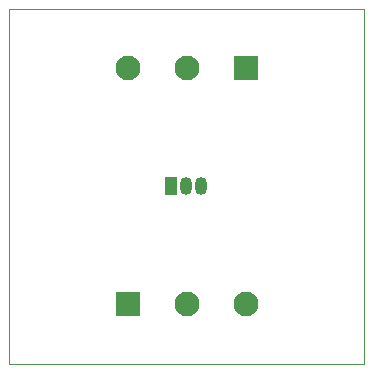
<source format=gbr>
%TF.GenerationSoftware,KiCad,Pcbnew,(6.0.9-0)*%
%TF.CreationDate,2022-11-15T00:11:15+01:00*%
%TF.ProjectId,DS_Straight,44535f53-7472-4616-9967-68742e6b6963,rev?*%
%TF.SameCoordinates,Original*%
%TF.FileFunction,Copper,L2,Bot*%
%TF.FilePolarity,Positive*%
%FSLAX46Y46*%
G04 Gerber Fmt 4.6, Leading zero omitted, Abs format (unit mm)*
G04 Created by KiCad (PCBNEW (6.0.9-0)) date 2022-11-15 00:11:15*
%MOMM*%
%LPD*%
G01*
G04 APERTURE LIST*
%TA.AperFunction,Profile*%
%ADD10C,0.100000*%
%TD*%
%TA.AperFunction,ComponentPad*%
%ADD11R,2.100000X2.100000*%
%TD*%
%TA.AperFunction,ComponentPad*%
%ADD12C,2.100000*%
%TD*%
%TA.AperFunction,ComponentPad*%
%ADD13R,1.050000X1.500000*%
%TD*%
%TA.AperFunction,ComponentPad*%
%ADD14O,1.050000X1.500000*%
%TD*%
G04 APERTURE END LIST*
D10*
X89300000Y-75700000D02*
X119300000Y-75700000D01*
X119300000Y-75700000D02*
X119300000Y-105700000D01*
X119300000Y-105700000D02*
X89300000Y-105700000D01*
X89300000Y-105700000D02*
X89300000Y-75700000D01*
D11*
%TO.P,J2,1,Pin_1*%
%TO.N,+5V*%
X109300000Y-80700000D03*
D12*
%TO.P,J2,2,Pin_2*%
%TO.N,Net-(J1-Pad2)*%
X104300000Y-80700000D03*
%TO.P,J2,3,Pin_3*%
%TO.N,GND*%
X99300000Y-80700000D03*
%TD*%
D13*
%TO.P,U1,1,GND*%
%TO.N,GND*%
X103005000Y-90700000D03*
D14*
%TO.P,U1,2,DQ*%
%TO.N,Net-(J1-Pad2)*%
X104275000Y-90700000D03*
%TO.P,U1,3,VDD*%
%TO.N,+5V*%
X105545000Y-90700000D03*
%TD*%
D11*
%TO.P,J1,1,Pin_1*%
%TO.N,GND*%
X99300000Y-100700000D03*
D12*
%TO.P,J1,2,Pin_2*%
%TO.N,Net-(J1-Pad2)*%
X104300000Y-100700000D03*
%TO.P,J1,3,Pin_3*%
%TO.N,+5V*%
X109300000Y-100700000D03*
%TD*%
M02*

</source>
